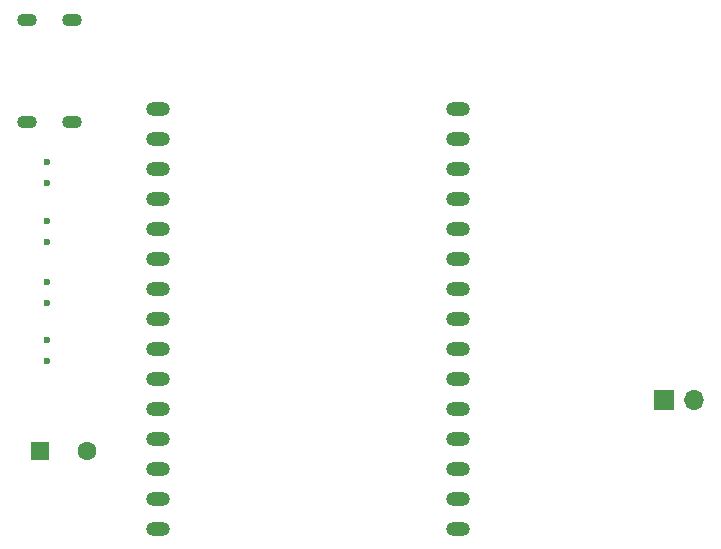
<source format=gbr>
G04 #@! TF.GenerationSoftware,KiCad,Pcbnew,(5.1.10)-1*
G04 #@! TF.CreationDate,2021-08-13T20:40:32+09:00*
G04 #@! TF.ProjectId,lfmassage,6c666d61-7373-4616-9765-2e6b69636164,rev?*
G04 #@! TF.SameCoordinates,Original*
G04 #@! TF.FileFunction,Soldermask,Bot*
G04 #@! TF.FilePolarity,Negative*
%FSLAX46Y46*%
G04 Gerber Fmt 4.6, Leading zero omitted, Abs format (unit mm)*
G04 Created by KiCad (PCBNEW (5.1.10)-1) date 2021-08-13 20:40:32*
%MOMM*%
%LPD*%
G01*
G04 APERTURE LIST*
%ADD10R,1.600000X1.600000*%
%ADD11C,1.600000*%
%ADD12R,1.700000X1.700000*%
%ADD13O,1.700000X1.700000*%
%ADD14O,2.000000X1.200000*%
%ADD15C,0.600000*%
%ADD16O,1.700000X1.100000*%
G04 APERTURE END LIST*
D10*
X63700000Y-84600000D03*
D11*
X67700000Y-84600000D03*
D12*
X116500000Y-80300000D03*
D13*
X119040000Y-80300000D03*
D14*
X99100000Y-55620000D03*
X73700000Y-55620000D03*
X99100000Y-58160000D03*
X73700000Y-58160000D03*
X99100000Y-60700000D03*
X73700000Y-60700000D03*
X99100000Y-63240000D03*
X73700000Y-63240000D03*
X99100000Y-65780000D03*
X73700000Y-65780000D03*
X99100000Y-68320000D03*
X73700000Y-68320000D03*
X99100000Y-70860000D03*
X73700000Y-70860000D03*
X99100000Y-73400000D03*
X73700000Y-73400000D03*
X99100000Y-75940000D03*
X73700000Y-75940000D03*
X99100000Y-78480000D03*
X73700000Y-78480000D03*
X99100000Y-81020000D03*
X73700000Y-81020000D03*
X99100000Y-83560000D03*
X73700000Y-83560000D03*
X99100000Y-86100000D03*
X73700000Y-86100000D03*
X99100000Y-88640000D03*
X73700000Y-88640000D03*
X99100000Y-91180000D03*
X73700000Y-91180000D03*
D15*
X64300000Y-61900000D03*
X64300000Y-60100000D03*
X64300000Y-65100000D03*
X64300000Y-66900000D03*
X64300000Y-72100000D03*
X64300000Y-70300000D03*
X64300000Y-75200000D03*
X64300000Y-77000000D03*
D16*
X66400000Y-56720000D03*
X66400000Y-48080000D03*
X62600000Y-56720000D03*
X62600000Y-48080000D03*
M02*

</source>
